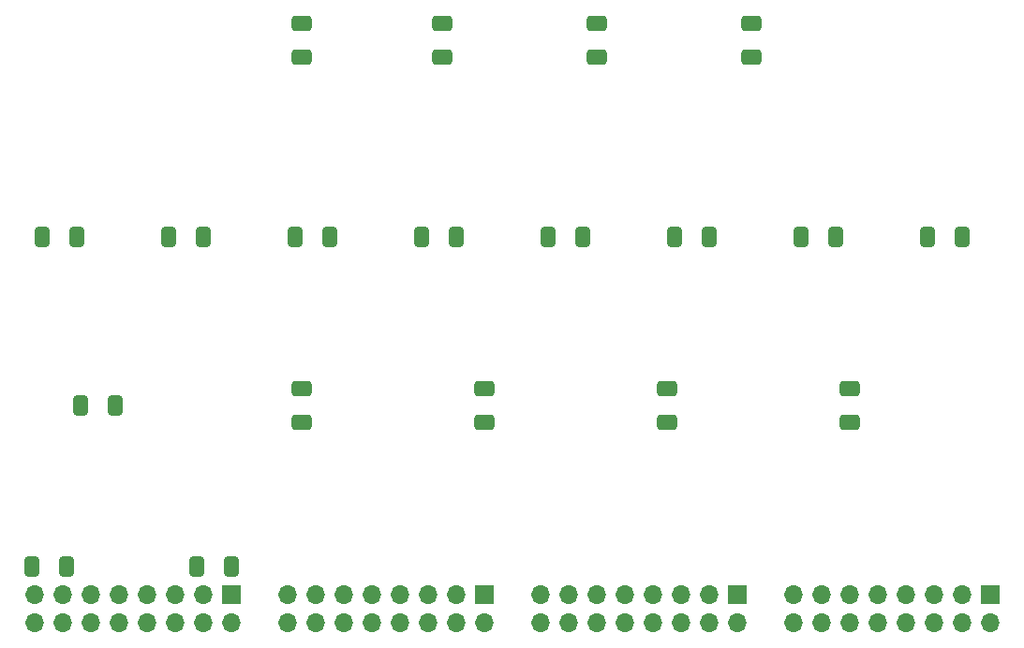
<source format=gbr>
%TF.GenerationSoftware,KiCad,Pcbnew,6.0.6-3a73a75311~116~ubuntu20.04.1*%
%TF.CreationDate,2022-06-25T17:28:11-07:00*%
%TF.ProjectId,RegisterFile,52656769-7374-4657-9246-696c652e6b69,rev?*%
%TF.SameCoordinates,Original*%
%TF.FileFunction,Soldermask,Bot*%
%TF.FilePolarity,Negative*%
%FSLAX46Y46*%
G04 Gerber Fmt 4.6, Leading zero omitted, Abs format (unit mm)*
G04 Created by KiCad (PCBNEW 6.0.6-3a73a75311~116~ubuntu20.04.1) date 2022-06-25 17:28:11*
%MOMM*%
%LPD*%
G01*
G04 APERTURE LIST*
G04 Aperture macros list*
%AMRoundRect*
0 Rectangle with rounded corners*
0 $1 Rounding radius*
0 $2 $3 $4 $5 $6 $7 $8 $9 X,Y pos of 4 corners*
0 Add a 4 corners polygon primitive as box body*
4,1,4,$2,$3,$4,$5,$6,$7,$8,$9,$2,$3,0*
0 Add four circle primitives for the rounded corners*
1,1,$1+$1,$2,$3*
1,1,$1+$1,$4,$5*
1,1,$1+$1,$6,$7*
1,1,$1+$1,$8,$9*
0 Add four rect primitives between the rounded corners*
20,1,$1+$1,$2,$3,$4,$5,0*
20,1,$1+$1,$4,$5,$6,$7,0*
20,1,$1+$1,$6,$7,$8,$9,0*
20,1,$1+$1,$8,$9,$2,$3,0*%
G04 Aperture macros list end*
%ADD10R,1.700000X1.700000*%
%ADD11O,1.700000X1.700000*%
%ADD12RoundRect,0.250000X-0.412500X-0.650000X0.412500X-0.650000X0.412500X0.650000X-0.412500X0.650000X0*%
%ADD13RoundRect,0.250000X-0.650000X0.412500X-0.650000X-0.412500X0.650000X-0.412500X0.650000X0.412500X0*%
%ADD14RoundRect,0.250000X0.412500X0.650000X-0.412500X0.650000X-0.412500X-0.650000X0.412500X-0.650000X0*%
G04 APERTURE END LIST*
D10*
%TO.C,J4*%
X140970000Y-121285000D03*
D11*
X140970000Y-123825000D03*
X138430000Y-121285000D03*
X138430000Y-123825000D03*
X135890000Y-121285000D03*
X135890000Y-123825000D03*
X133350000Y-121285000D03*
X133350000Y-123825000D03*
X130810000Y-121285000D03*
X130810000Y-123825000D03*
X128270000Y-121285000D03*
X128270000Y-123825000D03*
X125730000Y-121285000D03*
X125730000Y-123825000D03*
X123190000Y-121285000D03*
X123190000Y-123825000D03*
%TD*%
%TO.C,J3*%
X146050000Y-123825000D03*
X146050000Y-121285000D03*
X148590000Y-123825000D03*
X148590000Y-121285000D03*
X151130000Y-123825000D03*
X151130000Y-121285000D03*
X153670000Y-123825000D03*
X153670000Y-121285000D03*
X156210000Y-123825000D03*
X156210000Y-121285000D03*
X158750000Y-123825000D03*
X158750000Y-121285000D03*
X161290000Y-123825000D03*
X161290000Y-121285000D03*
X163830000Y-123825000D03*
D10*
X163830000Y-121285000D03*
%TD*%
%TO.C,J2*%
X186690000Y-121285000D03*
D11*
X186690000Y-123825000D03*
X184150000Y-121285000D03*
X184150000Y-123825000D03*
X181610000Y-121285000D03*
X181610000Y-123825000D03*
X179070000Y-121285000D03*
X179070000Y-123825000D03*
X176530000Y-121285000D03*
X176530000Y-123825000D03*
X173990000Y-121285000D03*
X173990000Y-123825000D03*
X171450000Y-121285000D03*
X171450000Y-123825000D03*
X168910000Y-121285000D03*
X168910000Y-123825000D03*
%TD*%
D10*
%TO.C,J1*%
X118110000Y-121285000D03*
D11*
X118110000Y-123825000D03*
X115570000Y-121285000D03*
X115570000Y-123825000D03*
X113030000Y-121285000D03*
X113030000Y-123825000D03*
X110490000Y-121285000D03*
X110490000Y-123825000D03*
X107950000Y-121285000D03*
X107950000Y-123825000D03*
X105410000Y-121285000D03*
X105410000Y-123825000D03*
X102870000Y-121285000D03*
X102870000Y-123825000D03*
X100330000Y-121285000D03*
X100330000Y-123825000D03*
%TD*%
D12*
%TO.C,C6*%
X158115000Y-88900000D03*
X161240000Y-88900000D03*
%TD*%
D13*
%TO.C,C13*%
X124460000Y-69557500D03*
X124460000Y-72682500D03*
%TD*%
D12*
%TO.C,C3*%
X123825000Y-88900000D03*
X126950000Y-88900000D03*
%TD*%
%TO.C,C4*%
X135255000Y-88900000D03*
X138380000Y-88900000D03*
%TD*%
%TO.C,C5*%
X146685000Y-88900000D03*
X149810000Y-88900000D03*
%TD*%
%TO.C,C19*%
X114935000Y-118745000D03*
X118060000Y-118745000D03*
%TD*%
D13*
%TO.C,C14*%
X137160000Y-69557500D03*
X137160000Y-72682500D03*
%TD*%
D12*
%TO.C,C1*%
X100965000Y-88900000D03*
X104090000Y-88900000D03*
%TD*%
%TO.C,C2*%
X112395000Y-88900000D03*
X115520000Y-88900000D03*
%TD*%
D14*
%TO.C,C18*%
X103162500Y-118745000D03*
X100037500Y-118745000D03*
%TD*%
D13*
%TO.C,C11*%
X157480000Y-102577500D03*
X157480000Y-105702500D03*
%TD*%
D12*
%TO.C,C7*%
X169545000Y-88900000D03*
X172670000Y-88900000D03*
%TD*%
D13*
%TO.C,C9*%
X124460000Y-102577500D03*
X124460000Y-105702500D03*
%TD*%
D12*
%TO.C,C8*%
X180975000Y-88900000D03*
X184100000Y-88900000D03*
%TD*%
D13*
%TO.C,C12*%
X173990000Y-102577500D03*
X173990000Y-105702500D03*
%TD*%
%TO.C,C16*%
X165100000Y-69557500D03*
X165100000Y-72682500D03*
%TD*%
%TO.C,C15*%
X151130000Y-69557500D03*
X151130000Y-72682500D03*
%TD*%
%TO.C,C10*%
X140970000Y-102577500D03*
X140970000Y-105702500D03*
%TD*%
D12*
%TO.C,C17*%
X104482500Y-104140000D03*
X107607500Y-104140000D03*
%TD*%
M02*

</source>
